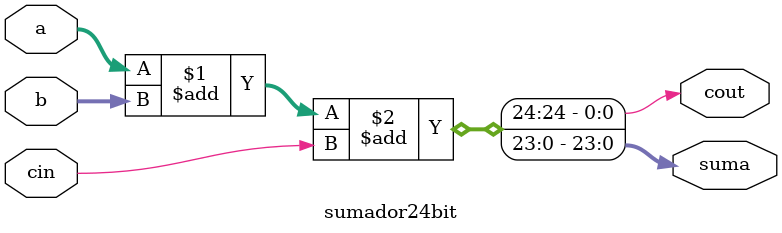
<source format=v>
module sumador24bit(
	output [23:0] suma,
	output cout,
	input [23:0] a,b,
	input cin);
	
	assign {cout,suma} = a +  b + cin;
	
endmodule


</source>
